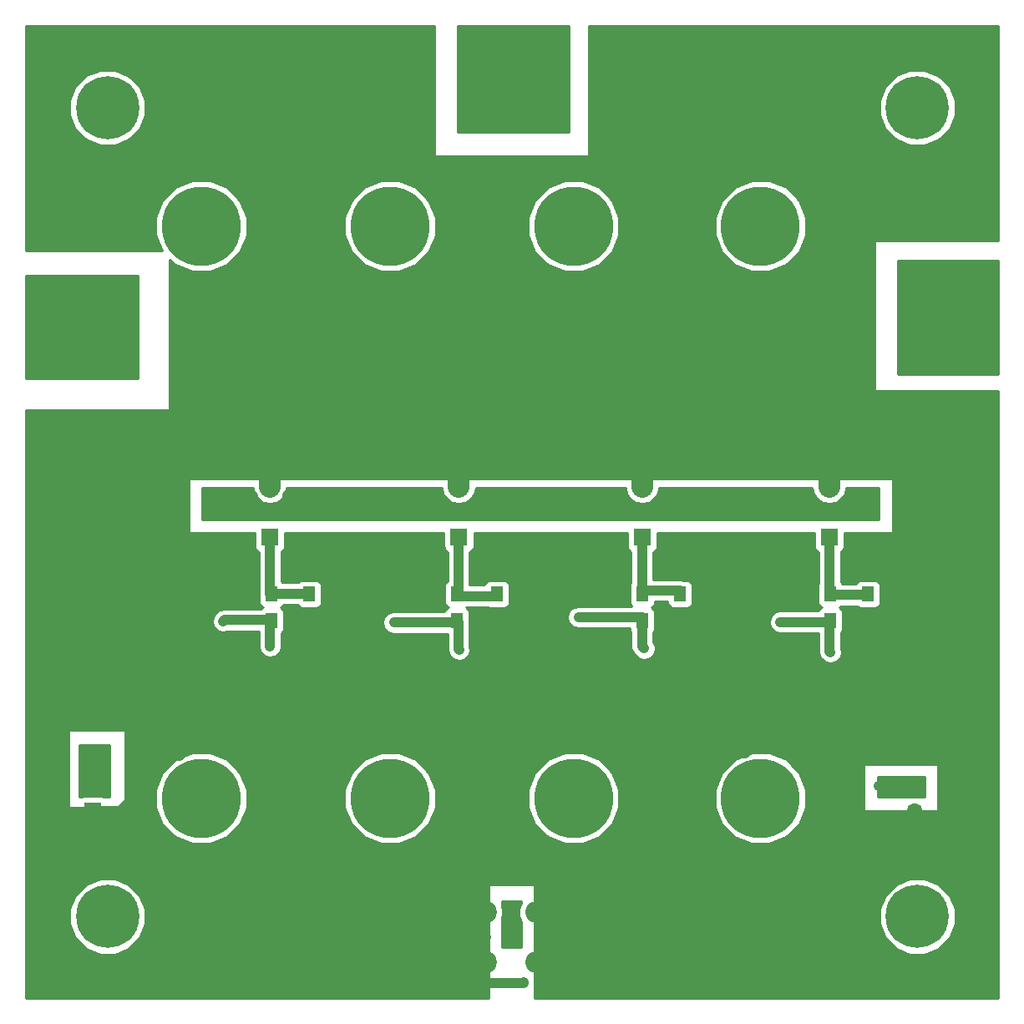
<source format=gbr>
G04 #@! TF.FileFunction,Copper,L2,Bot,Signal*
%FSLAX46Y46*%
G04 Gerber Fmt 4.6, Leading zero omitted, Abs format (unit mm)*
G04 Created by KiCad (PCBNEW 4.0.2-stable) date 10/05/17 15:38:04*
%MOMM*%
G01*
G04 APERTURE LIST*
%ADD10C,0.100000*%
%ADD11C,6.400000*%
%ADD12C,0.800000*%
%ADD13R,1.700000X1.700000*%
%ADD14O,1.700000X1.700000*%
%ADD15O,5.001260X2.500000*%
%ADD16O,2.500000X5.001260*%
%ADD17C,2.200000*%
%ADD18C,2.000000*%
%ADD19R,1.800000X1.800000*%
%ADD20O,1.800000X1.800000*%
%ADD21C,8.000000*%
%ADD22R,1.300000X1.500000*%
%ADD23C,0.600000*%
%ADD24C,2.200000*%
%ADD25C,1.000000*%
%ADD26C,0.500000*%
%ADD27C,0.254000*%
G04 APERTURE END LIST*
D10*
D11*
X87500000Y-136500000D03*
D12*
X89900000Y-136500000D03*
X89197056Y-138197056D03*
X87500000Y-138900000D03*
X85802944Y-138197056D03*
X85100000Y-136500000D03*
X85802944Y-134802944D03*
X87500000Y-134100000D03*
X89197056Y-134802944D03*
D11*
X169600000Y-136500000D03*
D12*
X172000000Y-136500000D03*
X171297056Y-138197056D03*
X169600000Y-138900000D03*
X167902944Y-138197056D03*
X167200000Y-136500000D03*
X167902944Y-134802944D03*
X169600000Y-134100000D03*
X171297056Y-134802944D03*
D11*
X169600000Y-54500000D03*
D12*
X172000000Y-54500000D03*
X171297056Y-56197056D03*
X169600000Y-56900000D03*
X167902944Y-56197056D03*
X167200000Y-54500000D03*
X167902944Y-52802944D03*
X169600000Y-52100000D03*
X171297056Y-52802944D03*
D11*
X87500000Y-54500000D03*
D12*
X89900000Y-54500000D03*
X89197056Y-56197056D03*
X87500000Y-56900000D03*
X85802944Y-56197056D03*
X85100000Y-54500000D03*
X85802944Y-52802944D03*
X87500000Y-52100000D03*
X89197056Y-52802944D03*
D13*
X169350000Y-123350000D03*
D14*
X169350000Y-125890000D03*
D15*
X172300000Y-95068800D03*
X172300000Y-99031200D03*
D13*
X86000000Y-125800000D03*
D14*
X86000000Y-123260000D03*
D16*
X126518800Y-51950000D03*
X130481200Y-51950000D03*
D15*
X172700000Y-74018800D03*
X172700000Y-77981200D03*
X85450000Y-78681200D03*
X85450000Y-74718800D03*
D17*
X125860000Y-136060000D03*
X130940000Y-136060000D03*
X130940000Y-141140000D03*
X125860000Y-141140000D03*
D18*
X128400000Y-138600000D03*
D15*
X84600000Y-104481200D03*
X84600000Y-100518800D03*
D19*
X103966980Y-98024760D03*
D20*
X103966980Y-95484760D03*
X103966980Y-92944760D03*
D21*
X97000000Y-124500000D03*
X97000000Y-66500000D03*
D19*
X123116980Y-98024760D03*
D20*
X123116980Y-95484760D03*
X123116980Y-92944760D03*
D21*
X116150000Y-124500000D03*
X116150000Y-66500000D03*
D19*
X141716980Y-98024760D03*
D20*
X141716980Y-95484760D03*
X141716980Y-92944760D03*
D21*
X134750000Y-124500000D03*
X134750000Y-66500000D03*
D19*
X160666980Y-98024760D03*
D20*
X160666980Y-95484760D03*
X160666980Y-92944760D03*
D21*
X153700000Y-124500000D03*
X153700000Y-66500000D03*
D22*
X104140000Y-103806000D03*
X104140000Y-106506000D03*
X107950000Y-103806000D03*
X107950000Y-106506000D03*
X122936000Y-103806000D03*
X122936000Y-106506000D03*
X127000000Y-103806000D03*
X127000000Y-106506000D03*
X141732000Y-103806000D03*
X141732000Y-106506000D03*
X145542000Y-103806000D03*
X145542000Y-106506000D03*
X160782000Y-103806000D03*
X160782000Y-106506000D03*
X164592000Y-103806000D03*
X164592000Y-106506000D03*
D23*
X82500000Y-106500000D03*
X79800000Y-107200000D03*
X80100000Y-104900000D03*
X80600000Y-102400000D03*
X80100000Y-100600000D03*
X80200000Y-97900000D03*
X82000000Y-97700000D03*
X84800000Y-97700000D03*
X87400000Y-98700000D03*
X90500000Y-99100000D03*
X93100000Y-98800000D03*
X93000000Y-101600000D03*
X91200000Y-101700000D03*
X88600000Y-101700000D03*
X88800000Y-103800000D03*
X90900000Y-104000000D03*
X93100000Y-103600000D03*
X93300000Y-106200000D03*
X91600000Y-106200000D03*
X89100000Y-106300000D03*
X87100000Y-107900000D03*
X84300000Y-108400000D03*
X82100000Y-109000000D03*
X80400000Y-109100000D03*
X81400000Y-112400000D03*
X84700000Y-112400000D03*
X86500000Y-110400000D03*
X89600000Y-108700000D03*
X92400000Y-108700000D03*
X89700000Y-112100000D03*
X87000000Y-114100000D03*
X84900000Y-116100000D03*
X83800000Y-114300000D03*
X80700000Y-114100000D03*
X81100000Y-117000000D03*
X81300000Y-119200000D03*
X81200000Y-121700000D03*
X81100000Y-124500000D03*
X81200000Y-127700000D03*
X87380000Y-142600000D03*
X93470000Y-138180000D03*
X96390000Y-138430000D03*
X99950000Y-133600000D03*
X99570000Y-136020000D03*
X98810000Y-143130000D03*
X105280000Y-143130000D03*
X105160000Y-139950000D03*
X107700000Y-131700000D03*
X110490000Y-124590000D03*
X110360000Y-127890000D03*
X107320000Y-127380000D03*
X108200000Y-122680000D03*
X108330000Y-119760000D03*
X112400000Y-119130000D03*
X117480000Y-118750000D03*
X131480000Y-130060000D03*
X125170000Y-133710000D03*
X124460000Y-131310000D03*
X124460000Y-128100000D03*
X125080000Y-123570000D03*
X125170000Y-120020000D03*
X122860000Y-119210000D03*
X120730000Y-119300000D03*
X121970000Y-123040000D03*
X121440000Y-126860000D03*
X115750000Y-140320000D03*
X113610000Y-142850000D03*
X112360000Y-141310000D03*
X109420000Y-141160000D03*
X109840000Y-137960000D03*
X112930000Y-138760000D03*
X116240000Y-136170000D03*
X114150000Y-133730000D03*
X113610000Y-135900000D03*
X110910000Y-136060000D03*
X110300000Y-132550000D03*
X110720000Y-130190000D03*
X114300000Y-131520000D03*
X118640000Y-131370000D03*
X121730000Y-130530000D03*
X121880000Y-135290000D03*
X118110000Y-134720000D03*
X118220000Y-142950000D03*
X119710000Y-137730000D03*
X124020000Y-140930000D03*
X122420000Y-143520000D03*
X120360000Y-141810000D03*
X123480000Y-138460000D03*
X125390000Y-143220000D03*
X129730000Y-143160000D03*
X132460000Y-142690000D03*
X136250000Y-142650000D03*
X141050000Y-142650000D03*
X145280000Y-142840000D03*
X148440000Y-142840000D03*
X152210000Y-142840000D03*
X154650000Y-142950000D03*
X158700000Y-142890000D03*
X159650000Y-139980000D03*
X159650000Y-136460000D03*
X157020000Y-135790000D03*
X156580000Y-138640000D03*
X156520000Y-140430000D03*
X153670000Y-140260000D03*
X152500000Y-137970000D03*
X153670000Y-135840000D03*
X150480000Y-135620000D03*
X150480000Y-138410000D03*
X149810000Y-140370000D03*
X146740000Y-140480000D03*
X147750000Y-136850000D03*
X144510000Y-137130000D03*
X144230000Y-140200000D03*
X141820000Y-140200000D03*
X141430000Y-137240000D03*
X139480000Y-136070000D03*
X138750000Y-138920000D03*
X136570000Y-141320000D03*
X136400000Y-140200000D03*
X135170000Y-137970000D03*
X136740000Y-137520000D03*
X135840000Y-133830000D03*
X134780000Y-132160000D03*
X131430000Y-131820000D03*
X159260000Y-131650000D03*
X155910000Y-130980000D03*
X151990000Y-131320000D03*
X147470000Y-129920000D03*
X143500000Y-130590000D03*
X140650000Y-130090000D03*
X142160000Y-127570000D03*
X140650000Y-126070000D03*
X170490000Y-112150000D03*
X170150000Y-114830000D03*
X170150000Y-117460000D03*
X173340000Y-117240000D03*
X176080000Y-115950000D03*
X175930000Y-120280000D03*
X167400000Y-119570000D03*
X164640000Y-119300000D03*
X162950000Y-129080000D03*
X166070000Y-127300000D03*
X169890000Y-129880000D03*
X173440000Y-129880000D03*
X176290000Y-132280000D03*
X175500000Y-136550000D03*
X174070000Y-138680000D03*
X172730000Y-143110000D03*
X167250000Y-143720000D03*
X164290000Y-140760000D03*
X164120000Y-132490000D03*
X159980000Y-133660000D03*
X155960000Y-133610000D03*
X152660000Y-133440000D03*
X148190000Y-133050000D03*
X144550000Y-134770000D03*
X138150000Y-133710000D03*
X132730000Y-135840000D03*
X131770000Y-133440000D03*
X169930000Y-107510000D03*
X170380000Y-109970000D03*
X173280000Y-109970000D03*
X176410000Y-109360000D03*
X176440000Y-106000000D03*
X174400000Y-106650000D03*
X172300000Y-105030000D03*
X169930000Y-104410000D03*
X169960000Y-101420000D03*
X172140000Y-101930000D03*
X174260000Y-103660000D03*
X176640000Y-102310000D03*
X175020000Y-100890000D03*
X176540000Y-99140000D03*
X175290000Y-97190000D03*
X176410000Y-94820000D03*
X176300000Y-112600000D03*
X172300000Y-114270000D03*
X116500000Y-137300000D03*
X115750000Y-142600000D03*
X110850000Y-142850000D03*
X107750000Y-139650000D03*
X108800000Y-135200000D03*
X103100000Y-135150000D03*
X102500000Y-138850000D03*
X102850000Y-141950000D03*
X97350000Y-140550000D03*
X97350000Y-134700000D03*
X94400000Y-133100000D03*
X94050000Y-142250000D03*
X91400000Y-142400000D03*
X83750000Y-142600000D03*
X81450000Y-139850000D03*
X81150000Y-135150000D03*
X81600000Y-130750000D03*
X84300000Y-130600000D03*
X87750000Y-129950000D03*
X90600000Y-130750000D03*
X98300000Y-131150000D03*
X102050000Y-131150000D03*
X105800000Y-131150000D03*
X105450000Y-126700000D03*
X102600000Y-124550000D03*
X105150000Y-122700000D03*
X105500000Y-119150000D03*
X101100000Y-119850000D03*
X95850000Y-119150000D03*
X91500000Y-120200000D03*
X89950000Y-124650000D03*
X166350000Y-129800000D03*
X162050000Y-131700000D03*
X161650000Y-135900000D03*
X163600000Y-142100000D03*
X169650000Y-142500000D03*
X175500000Y-139700000D03*
X175500000Y-133500000D03*
X174000000Y-126600000D03*
X172550000Y-119550000D03*
X172300000Y-116100000D03*
X172300000Y-112100000D03*
X172350000Y-107900000D03*
X139420000Y-122210000D03*
X138300000Y-119470000D03*
X141150000Y-118630000D03*
X142490000Y-123160000D03*
X145060000Y-127020000D03*
X147300000Y-125230000D03*
X144670000Y-122320000D03*
X145790000Y-119920000D03*
X152780000Y-119300000D03*
X158140000Y-119080000D03*
X161600000Y-121820000D03*
X160910000Y-124820000D03*
D12*
X85900000Y-120500000D03*
X128400000Y-136400000D03*
X165700000Y-123300000D03*
X167400000Y-123300000D03*
X104000000Y-109100000D03*
X141900000Y-109300000D03*
X123150000Y-109450000D03*
X160800000Y-109700000D03*
X116550000Y-106700000D03*
X99250000Y-106550000D03*
X155700000Y-106650000D03*
X135250000Y-106150000D03*
D23*
X139900000Y-95600000D03*
X138500000Y-95600000D03*
X138600000Y-93600000D03*
X137100000Y-93800000D03*
X137200000Y-95600000D03*
X135400000Y-95600000D03*
X135700000Y-93800000D03*
X133900000Y-93600000D03*
X133900000Y-95600000D03*
X132500000Y-95600000D03*
X132700000Y-93800000D03*
X131100000Y-93700000D03*
X130800000Y-95500000D03*
X129500000Y-95500000D03*
X129800000Y-93700000D03*
X128200000Y-93900000D03*
X128100000Y-95600000D03*
X126700000Y-95600000D03*
X126800000Y-93500000D03*
X125300000Y-93800000D03*
X143500000Y-95500000D03*
X132850000Y-46790000D03*
X132930000Y-48620000D03*
X132930000Y-50860000D03*
X133010000Y-53000000D03*
X132850000Y-55780000D03*
X164700000Y-95500000D03*
X164600000Y-93600000D03*
X162700000Y-93500000D03*
X162800000Y-95400000D03*
X159200000Y-94400000D03*
X157700000Y-95500000D03*
X157700000Y-93900000D03*
X156000000Y-93800000D03*
X156200000Y-95400000D03*
X154500000Y-95700000D03*
X154300000Y-93700000D03*
X153100000Y-93700000D03*
X153000000Y-95600000D03*
X151400000Y-95700000D03*
X151600000Y-93700000D03*
X149900000Y-94000000D03*
X149900000Y-95400000D03*
X148100000Y-95600000D03*
X148200000Y-93800000D03*
X146600000Y-93900000D03*
X146500000Y-95500000D03*
X145200000Y-95400000D03*
X145200000Y-93800000D03*
X143700000Y-93800000D03*
X139900000Y-94300000D03*
X125300000Y-95400000D03*
X121400000Y-94500000D03*
X120400000Y-95600000D03*
X120400000Y-93600000D03*
X118900000Y-93800000D03*
X119000000Y-95400000D03*
X117200000Y-95400000D03*
X117200000Y-93800000D03*
X115300000Y-93900000D03*
X115300000Y-95500000D03*
X113500000Y-95500000D03*
X113400000Y-93700000D03*
X111700000Y-93900000D03*
X111700000Y-95700000D03*
X110100000Y-95600000D03*
X110300000Y-93700000D03*
X108600000Y-93600000D03*
X108600000Y-95500000D03*
X107200000Y-95500000D03*
X107300000Y-93700000D03*
X105700000Y-93800000D03*
X105800000Y-95500000D03*
X102300000Y-93900000D03*
X101000000Y-93800000D03*
X99900000Y-93700000D03*
X98500000Y-93500000D03*
X97600000Y-94500000D03*
X98500000Y-95400000D03*
X99900000Y-95400000D03*
X101900000Y-95400000D03*
X83040000Y-76900000D03*
X80230000Y-77160000D03*
X79790000Y-75680000D03*
X81700000Y-74840000D03*
X79810000Y-73140000D03*
X81440000Y-72540000D03*
X82940000Y-72600000D03*
X84460000Y-72600000D03*
X86590000Y-72410000D03*
X88110000Y-72620000D03*
X89100000Y-72180000D03*
X89790000Y-73130000D03*
X88860000Y-74430000D03*
X89830000Y-75730000D03*
X88070000Y-77070000D03*
X89670000Y-77910000D03*
X88800000Y-78900000D03*
X89940000Y-80040000D03*
X88510000Y-80950000D03*
X86200000Y-81120000D03*
X84530000Y-81120000D03*
X82910000Y-80470000D03*
X81420000Y-80020000D03*
X80910000Y-81340000D03*
X79840000Y-80470000D03*
X79920000Y-78760000D03*
X81750000Y-78570000D03*
X170750000Y-75900000D03*
X169220000Y-76280000D03*
X168290000Y-75240000D03*
X168190000Y-73620000D03*
X169550000Y-72320000D03*
X169630000Y-70730000D03*
X171720000Y-71710000D03*
X172960000Y-70770000D03*
X174550000Y-71830000D03*
X175790000Y-70630000D03*
X177210000Y-70820000D03*
X177410000Y-72340000D03*
X175830000Y-73090000D03*
X176830000Y-74800000D03*
X175570000Y-76020000D03*
X177030000Y-76610000D03*
X176190000Y-77920000D03*
X176800000Y-78790000D03*
X176580000Y-80520000D03*
X174900000Y-80410000D03*
X173090000Y-80220000D03*
X171240000Y-80270000D03*
X169040000Y-79910000D03*
X169060000Y-78000000D03*
X126380000Y-55120000D03*
X128780000Y-54460000D03*
X129120000Y-56160000D03*
X127620000Y-56290000D03*
X125390000Y-56390000D03*
X123860000Y-56430000D03*
X123830000Y-54900000D03*
X123830000Y-52650000D03*
X123790000Y-50670000D03*
X123690000Y-48590000D03*
X123810000Y-46760000D03*
X125270000Y-46800000D03*
X125130000Y-48540000D03*
X126840000Y-48500000D03*
X126920000Y-46700000D03*
X128540000Y-46880000D03*
X128540000Y-48540000D03*
X130430000Y-48500000D03*
X130370000Y-46800000D03*
X130680000Y-55850000D03*
D24*
X160666980Y-92944760D02*
X160666980Y-91333020D01*
X160666980Y-91333020D02*
X160700000Y-91300000D01*
D25*
X82500000Y-106500000D02*
X84518800Y-104481200D01*
X79800000Y-105200000D02*
X79800000Y-107200000D01*
X80100000Y-104900000D02*
X79800000Y-105200000D01*
X80600000Y-101100000D02*
X80600000Y-102400000D01*
X80100000Y-100600000D02*
X80600000Y-101100000D01*
X81800000Y-97900000D02*
X80200000Y-97900000D01*
X82000000Y-97700000D02*
X81800000Y-97900000D01*
X86400000Y-97700000D02*
X84800000Y-97700000D01*
X87400000Y-98700000D02*
X86400000Y-97700000D01*
X92800000Y-99100000D02*
X90500000Y-99100000D01*
X93100000Y-98800000D02*
X92800000Y-99100000D01*
X91300000Y-101600000D02*
X93000000Y-101600000D01*
X91200000Y-101700000D02*
X91300000Y-101600000D01*
X88600000Y-103600000D02*
X88600000Y-101700000D01*
X88800000Y-103800000D02*
X88600000Y-103600000D01*
X92700000Y-104000000D02*
X90900000Y-104000000D01*
X93100000Y-103600000D02*
X92700000Y-104000000D01*
X91600000Y-106200000D02*
X93300000Y-106200000D01*
X88700000Y-106300000D02*
X89100000Y-106300000D01*
X87100000Y-107900000D02*
X88700000Y-106300000D01*
X82700000Y-108400000D02*
X84300000Y-108400000D01*
X82100000Y-109000000D02*
X82700000Y-108400000D01*
X80400000Y-111400000D02*
X80400000Y-109100000D01*
X81400000Y-112400000D02*
X80400000Y-111400000D01*
X84700000Y-112200000D02*
X84700000Y-112400000D01*
X86500000Y-110400000D02*
X84700000Y-112200000D01*
X92400000Y-108700000D02*
X89600000Y-108700000D01*
X89000000Y-112100000D02*
X89700000Y-112100000D01*
X87000000Y-114100000D02*
X89000000Y-112100000D01*
X84900000Y-115400000D02*
X84900000Y-116100000D01*
X83800000Y-114300000D02*
X84900000Y-115400000D01*
X80700000Y-116600000D02*
X80700000Y-114100000D01*
X81100000Y-117000000D02*
X80700000Y-116600000D01*
X81300000Y-121600000D02*
X81300000Y-119200000D01*
X81200000Y-121700000D02*
X81300000Y-121600000D01*
X81100000Y-127600000D02*
X81100000Y-124500000D01*
X81200000Y-127700000D02*
X81100000Y-127600000D01*
X84518800Y-104481200D02*
X84600000Y-104481200D01*
D24*
X103966980Y-92944760D02*
X103966980Y-88633020D01*
X103966980Y-88633020D02*
X104100000Y-88500000D01*
X123116980Y-92944760D02*
X123116980Y-89283020D01*
X123116980Y-89283020D02*
X123400000Y-89000000D01*
D25*
X89050000Y-142600000D02*
X87380000Y-142600000D01*
X93470000Y-138180000D02*
X89050000Y-142600000D01*
X96390000Y-137160000D02*
X96390000Y-138430000D01*
X99950000Y-133600000D02*
X96390000Y-137160000D01*
X99570000Y-142370000D02*
X99570000Y-136020000D01*
X98810000Y-143130000D02*
X99570000Y-142370000D01*
X105280000Y-140070000D02*
X105280000Y-143130000D01*
X105160000Y-139950000D02*
X105280000Y-140070000D01*
X107700000Y-127380000D02*
X107700000Y-131700000D01*
X110490000Y-124590000D02*
X107700000Y-127380000D01*
X107830000Y-127890000D02*
X110360000Y-127890000D01*
X107320000Y-127380000D02*
X107830000Y-127890000D01*
X108200000Y-119890000D02*
X108200000Y-122680000D01*
X108330000Y-119760000D02*
X108200000Y-119890000D01*
X117100000Y-119130000D02*
X112400000Y-119130000D01*
X117480000Y-118750000D02*
X117100000Y-119130000D01*
X128820000Y-130060000D02*
X131480000Y-130060000D01*
X125170000Y-133710000D02*
X128820000Y-130060000D01*
X124460000Y-128100000D02*
X124460000Y-131310000D01*
X125080000Y-120110000D02*
X125080000Y-123570000D01*
X125170000Y-120020000D02*
X125080000Y-120110000D01*
X120820000Y-119210000D02*
X122860000Y-119210000D01*
X120730000Y-119300000D02*
X120820000Y-119210000D01*
X121970000Y-126330000D02*
X121970000Y-123040000D01*
X121440000Y-126860000D02*
X121970000Y-126330000D01*
X125860000Y-138600000D02*
X123620000Y-138600000D01*
X115750000Y-140710000D02*
X115750000Y-140320000D01*
X113610000Y-142850000D02*
X115750000Y-140710000D01*
X109570000Y-141310000D02*
X112360000Y-141310000D01*
X109420000Y-141160000D02*
X109570000Y-141310000D01*
X112130000Y-137960000D02*
X109840000Y-137960000D01*
X112930000Y-138760000D02*
X112130000Y-137960000D01*
X116240000Y-135820000D02*
X116240000Y-136170000D01*
X114150000Y-133730000D02*
X116240000Y-135820000D01*
X111070000Y-135900000D02*
X113610000Y-135900000D01*
X110910000Y-136060000D02*
X111070000Y-135900000D01*
X110300000Y-130610000D02*
X110300000Y-132550000D01*
X110720000Y-130190000D02*
X110300000Y-130610000D01*
X118490000Y-131520000D02*
X114300000Y-131520000D01*
X118640000Y-131370000D02*
X118490000Y-131520000D01*
X121730000Y-135140000D02*
X121730000Y-130530000D01*
X121880000Y-135290000D02*
X121730000Y-135140000D01*
X118110000Y-142840000D02*
X118110000Y-134720000D01*
X118220000Y-142950000D02*
X118110000Y-142840000D01*
X120820000Y-137730000D02*
X119710000Y-137730000D01*
X124020000Y-140930000D02*
X120820000Y-137730000D01*
X122070000Y-143520000D02*
X122420000Y-143520000D01*
X120360000Y-141810000D02*
X122070000Y-143520000D01*
X123620000Y-138600000D02*
X123480000Y-138460000D01*
X132460000Y-142690000D02*
X136210000Y-142690000D01*
X129670000Y-143220000D02*
X125390000Y-143220000D01*
X129730000Y-143160000D02*
X129670000Y-143220000D01*
X136210000Y-142690000D02*
X136250000Y-142650000D01*
X141050000Y-142650000D02*
X141240000Y-142840000D01*
X141240000Y-142840000D02*
X145280000Y-142840000D01*
X148440000Y-142840000D02*
X152210000Y-142840000D01*
X154650000Y-142950000D02*
X154710000Y-142890000D01*
X154710000Y-142890000D02*
X158700000Y-142890000D01*
X159650000Y-139980000D02*
X159650000Y-136460000D01*
X157020000Y-135790000D02*
X156580000Y-136230000D01*
X156580000Y-136230000D02*
X156580000Y-138640000D01*
X156520000Y-140430000D02*
X156350000Y-140260000D01*
X156350000Y-140260000D02*
X153670000Y-140260000D01*
X152500000Y-137970000D02*
X153670000Y-136800000D01*
X153670000Y-136800000D02*
X153670000Y-135840000D01*
X150480000Y-135620000D02*
X150480000Y-138410000D01*
X149810000Y-140370000D02*
X149700000Y-140480000D01*
X149700000Y-140480000D02*
X146740000Y-140480000D01*
X147750000Y-136850000D02*
X147470000Y-137130000D01*
X147470000Y-137130000D02*
X144510000Y-137130000D01*
X144230000Y-140200000D02*
X141820000Y-140200000D01*
X141430000Y-137240000D02*
X140260000Y-136070000D01*
X140260000Y-136070000D02*
X139480000Y-136070000D01*
X138750000Y-138920000D02*
X136570000Y-141100000D01*
X136570000Y-141100000D02*
X136570000Y-141320000D01*
X136400000Y-140200000D02*
X135170000Y-138970000D01*
X135170000Y-138970000D02*
X135170000Y-137970000D01*
X136740000Y-137520000D02*
X135840000Y-136620000D01*
X135840000Y-136620000D02*
X135840000Y-133830000D01*
X134780000Y-132160000D02*
X134440000Y-131820000D01*
X134440000Y-131820000D02*
X131430000Y-131820000D01*
X132730000Y-134400000D02*
X132730000Y-135840000D01*
X160640000Y-130270000D02*
X160640000Y-128020000D01*
X159260000Y-131650000D02*
X160640000Y-130270000D01*
X152330000Y-130980000D02*
X155910000Y-130980000D01*
X151990000Y-131320000D02*
X152330000Y-130980000D01*
X144170000Y-129920000D02*
X147470000Y-129920000D01*
X143500000Y-130590000D02*
X144170000Y-129920000D01*
X140650000Y-129080000D02*
X140650000Y-130090000D01*
X142160000Y-127570000D02*
X140650000Y-129080000D01*
X172300000Y-112100000D02*
X172250000Y-112150000D01*
X172250000Y-112150000D02*
X170490000Y-112150000D01*
X170150000Y-114830000D02*
X170150000Y-117460000D01*
X173340000Y-117240000D02*
X174630000Y-115950000D01*
X174630000Y-115950000D02*
X176080000Y-115950000D01*
X175930000Y-120280000D02*
X175220000Y-119570000D01*
X175220000Y-119570000D02*
X167400000Y-119570000D01*
X164640000Y-119300000D02*
X160910000Y-123030000D01*
X160640000Y-128020000D02*
X161700000Y-129080000D01*
X161700000Y-129080000D02*
X162950000Y-129080000D01*
X166070000Y-127300000D02*
X168650000Y-129880000D01*
X168650000Y-129880000D02*
X169890000Y-129880000D01*
X173440000Y-129880000D02*
X175840000Y-132280000D01*
X175840000Y-132280000D02*
X176290000Y-132280000D01*
X175500000Y-136550000D02*
X174070000Y-137980000D01*
X174070000Y-137980000D02*
X174070000Y-138680000D01*
X172730000Y-143110000D02*
X172120000Y-143720000D01*
X172120000Y-143720000D02*
X167250000Y-143720000D01*
X164290000Y-140760000D02*
X164120000Y-140590000D01*
X164120000Y-140590000D02*
X164120000Y-132490000D01*
X159980000Y-133660000D02*
X159930000Y-133610000D01*
X159930000Y-133610000D02*
X155960000Y-133610000D01*
X152660000Y-133440000D02*
X152270000Y-133050000D01*
X152270000Y-133050000D02*
X148190000Y-133050000D01*
X144550000Y-134770000D02*
X143490000Y-133710000D01*
X143490000Y-133710000D02*
X138150000Y-133710000D01*
X131770000Y-133440000D02*
X132730000Y-134400000D01*
X172300000Y-95068800D02*
X176161200Y-95068800D01*
X170320000Y-107900000D02*
X172350000Y-107900000D01*
X169930000Y-107510000D02*
X170320000Y-107900000D01*
X173280000Y-109970000D02*
X170380000Y-109970000D01*
X176410000Y-106030000D02*
X176410000Y-109360000D01*
X176440000Y-106000000D02*
X176410000Y-106030000D01*
X173920000Y-106650000D02*
X174400000Y-106650000D01*
X172300000Y-105030000D02*
X173920000Y-106650000D01*
X169930000Y-101450000D02*
X169930000Y-104410000D01*
X169960000Y-101420000D02*
X169930000Y-101450000D01*
X172530000Y-101930000D02*
X172140000Y-101930000D01*
X174260000Y-103660000D02*
X172530000Y-101930000D01*
X176440000Y-102310000D02*
X176640000Y-102310000D01*
X175020000Y-100890000D02*
X176440000Y-102310000D01*
X176540000Y-98440000D02*
X176540000Y-99140000D01*
X175290000Y-97190000D02*
X176540000Y-98440000D01*
X176161200Y-95068800D02*
X176410000Y-94820000D01*
X172350000Y-107900000D02*
X176300000Y-111850000D01*
X176300000Y-111850000D02*
X176300000Y-112600000D01*
X172300000Y-114270000D02*
X172300000Y-112100000D01*
X88800000Y-125800000D02*
X86000000Y-125800000D01*
X116500000Y-137300000D02*
X115750000Y-138050000D01*
X115750000Y-138050000D02*
X115750000Y-142600000D01*
X110850000Y-142850000D02*
X107750000Y-139750000D01*
X107750000Y-139750000D02*
X107750000Y-139650000D01*
X108800000Y-135200000D02*
X108750000Y-135150000D01*
X108750000Y-135150000D02*
X103100000Y-135150000D01*
X102500000Y-138850000D02*
X102850000Y-139200000D01*
X102850000Y-139200000D02*
X102850000Y-141950000D01*
X97350000Y-140550000D02*
X97350000Y-134700000D01*
X94400000Y-133100000D02*
X94050000Y-133450000D01*
X94050000Y-133450000D02*
X94050000Y-142250000D01*
X91400000Y-142400000D02*
X91200000Y-142600000D01*
X91200000Y-142600000D02*
X83750000Y-142600000D01*
X81450000Y-139850000D02*
X81150000Y-139550000D01*
X81150000Y-139550000D02*
X81150000Y-135150000D01*
X81600000Y-130750000D02*
X81750000Y-130600000D01*
X81750000Y-130600000D02*
X84300000Y-130600000D01*
X87750000Y-129950000D02*
X88550000Y-130750000D01*
X88550000Y-130750000D02*
X90600000Y-130750000D01*
X98300000Y-131150000D02*
X102050000Y-131150000D01*
X105800000Y-131150000D02*
X105450000Y-130800000D01*
X105450000Y-130800000D02*
X105450000Y-126700000D01*
X102600000Y-124550000D02*
X104450000Y-122700000D01*
X104450000Y-122700000D02*
X105150000Y-122700000D01*
X105500000Y-119150000D02*
X104800000Y-119850000D01*
X104800000Y-119850000D02*
X101100000Y-119850000D01*
X95850000Y-119150000D02*
X94800000Y-120200000D01*
X94800000Y-120200000D02*
X91500000Y-120200000D01*
X89950000Y-124650000D02*
X88800000Y-125800000D01*
X163950000Y-129800000D02*
X166350000Y-129800000D01*
X162050000Y-131700000D02*
X163950000Y-129800000D01*
X161650000Y-140150000D02*
X161650000Y-135900000D01*
X163600000Y-142100000D02*
X161650000Y-140150000D01*
X171200000Y-140950000D02*
X169650000Y-142500000D01*
X174250000Y-140950000D02*
X171200000Y-140950000D01*
X175500000Y-139700000D02*
X174250000Y-140950000D01*
X175500000Y-128100000D02*
X175500000Y-133500000D01*
X174000000Y-126600000D02*
X175500000Y-128100000D01*
X172550000Y-116350000D02*
X172550000Y-119550000D01*
X172300000Y-116100000D02*
X172550000Y-116350000D01*
X172300000Y-107950000D02*
X172300000Y-112100000D01*
X172350000Y-107900000D02*
X172300000Y-107950000D01*
D26*
X83000000Y-103540000D02*
X83290000Y-103540000D01*
X85250000Y-100750000D02*
X85000000Y-101000000D01*
X85000000Y-101000000D02*
X83000000Y-101000000D01*
D25*
X140650000Y-123440000D02*
X140650000Y-126070000D01*
X139420000Y-122210000D02*
X140650000Y-123440000D01*
X140310000Y-119470000D02*
X138300000Y-119470000D01*
X141150000Y-118630000D02*
X140310000Y-119470000D01*
X142490000Y-124450000D02*
X142490000Y-123160000D01*
X145060000Y-127020000D02*
X142490000Y-124450000D01*
X147300000Y-124950000D02*
X147300000Y-125230000D01*
X144670000Y-122320000D02*
X147300000Y-124950000D01*
X152160000Y-119920000D02*
X145790000Y-119920000D01*
X152780000Y-119300000D02*
X152160000Y-119920000D01*
X158860000Y-119080000D02*
X158140000Y-119080000D01*
X161600000Y-121820000D02*
X158860000Y-119080000D01*
X160910000Y-123030000D02*
X160910000Y-124820000D01*
D24*
X141716980Y-92944760D02*
X141716980Y-90683020D01*
X141716980Y-90683020D02*
X142000000Y-90400000D01*
D25*
X85800000Y-120400000D02*
X85900000Y-120500000D01*
X128400000Y-136400000D02*
X128400000Y-136700000D01*
X128400000Y-136700000D02*
X128400000Y-135500000D01*
X167400000Y-123300000D02*
X165700000Y-123300000D01*
X123150000Y-109450000D02*
X123100000Y-109400000D01*
X141900000Y-109300000D02*
X141700000Y-109100000D01*
X160800000Y-109700000D02*
X160700000Y-109600000D01*
X141700000Y-109100000D02*
X141700000Y-106150000D01*
X123100000Y-109400000D02*
X123100000Y-106700000D01*
X123100000Y-106700000D02*
X116550000Y-106700000D01*
X104000000Y-109100000D02*
X104000000Y-106450000D01*
X104000000Y-106450000D02*
X99350000Y-106450000D01*
X99350000Y-106450000D02*
X99250000Y-106550000D01*
X160700000Y-109600000D02*
X160700000Y-106650000D01*
X160700000Y-106650000D02*
X155700000Y-106650000D01*
X141700000Y-106150000D02*
X135250000Y-106150000D01*
X104000000Y-103750000D02*
X107800000Y-103750000D01*
X107800000Y-103750000D02*
X107850000Y-103800000D01*
X104000000Y-103750000D02*
X104000000Y-98057780D01*
X104000000Y-98057780D02*
X103966980Y-98024760D01*
X123100000Y-104000000D02*
X126900000Y-104000000D01*
X123100000Y-104000000D02*
X123100000Y-98041740D01*
X126900000Y-104000000D02*
X127000000Y-103900000D01*
X123100000Y-98041740D02*
X123116980Y-98024760D01*
X141700000Y-103450000D02*
X141700000Y-98041740D01*
X141700000Y-98041740D02*
X141716980Y-98024760D01*
X141700000Y-103450000D02*
X145550000Y-103450000D01*
X145550000Y-103450000D02*
X145600000Y-103500000D01*
X164650000Y-103900000D02*
X160750000Y-103900000D01*
X160750000Y-103900000D02*
X160700000Y-103950000D01*
X160700000Y-103950000D02*
X160700000Y-98057780D01*
X160700000Y-98057780D02*
X160666980Y-98024760D01*
X139900000Y-95600000D02*
X139900000Y-94300000D01*
X138500000Y-93700000D02*
X138500000Y-95600000D01*
X138600000Y-93600000D02*
X138500000Y-93700000D01*
X137100000Y-95500000D02*
X137100000Y-93800000D01*
X137200000Y-95600000D02*
X137100000Y-95500000D01*
X135400000Y-94100000D02*
X135400000Y-95600000D01*
X135700000Y-93800000D02*
X135400000Y-94100000D01*
X133900000Y-95600000D02*
X133900000Y-93600000D01*
X132500000Y-94000000D02*
X132500000Y-95600000D01*
X132700000Y-93800000D02*
X132500000Y-94000000D01*
X131100000Y-95200000D02*
X131100000Y-93700000D01*
X130800000Y-95500000D02*
X131100000Y-95200000D01*
X129500000Y-94000000D02*
X129500000Y-95500000D01*
X129800000Y-93700000D02*
X129500000Y-94000000D01*
X128200000Y-95500000D02*
X128200000Y-93900000D01*
X128100000Y-95600000D02*
X128200000Y-95500000D01*
X126700000Y-93600000D02*
X126700000Y-95600000D01*
X126800000Y-93500000D02*
X126700000Y-93600000D01*
X125300000Y-95400000D02*
X125300000Y-93800000D01*
X143700000Y-95300000D02*
X143700000Y-93800000D01*
X143500000Y-95500000D02*
X143700000Y-95300000D01*
X132840000Y-46800000D02*
X130370000Y-46800000D01*
X132850000Y-46790000D02*
X132840000Y-46800000D01*
X132930000Y-50860000D02*
X132930000Y-48620000D01*
X133010000Y-55620000D02*
X133010000Y-53000000D01*
X132850000Y-55780000D02*
X133010000Y-55620000D01*
X160666980Y-95484760D02*
X162715240Y-95484760D01*
X164700000Y-95500000D02*
X162800000Y-95500000D01*
X162800000Y-93600000D02*
X164600000Y-93600000D01*
X162700000Y-93500000D02*
X162800000Y-93600000D01*
X162715240Y-95484760D02*
X162800000Y-95400000D01*
X159200000Y-94400000D02*
X160284760Y-95484760D01*
X157700000Y-93900000D02*
X157700000Y-95500000D01*
X156000000Y-95200000D02*
X156000000Y-93800000D01*
X156200000Y-95400000D02*
X156000000Y-95200000D01*
X154500000Y-93900000D02*
X154500000Y-95700000D01*
X154300000Y-93700000D02*
X154500000Y-93900000D01*
X153100000Y-95500000D02*
X153100000Y-93700000D01*
X153000000Y-95600000D02*
X153100000Y-95500000D01*
X151400000Y-93900000D02*
X151400000Y-95700000D01*
X151600000Y-93700000D02*
X151400000Y-93900000D01*
X149900000Y-95400000D02*
X149900000Y-94000000D01*
X148100000Y-93900000D02*
X148100000Y-95600000D01*
X148200000Y-93800000D02*
X148100000Y-93900000D01*
X146600000Y-95400000D02*
X146600000Y-93900000D01*
X146500000Y-95500000D02*
X146600000Y-95400000D01*
X145200000Y-93800000D02*
X145200000Y-95400000D01*
X160284760Y-95484760D02*
X160666980Y-95484760D01*
X103966980Y-95484760D02*
X105784760Y-95484760D01*
X121400000Y-94600000D02*
X121400000Y-94500000D01*
X120400000Y-95600000D02*
X121400000Y-94600000D01*
X119100000Y-93600000D02*
X120400000Y-93600000D01*
X118900000Y-93800000D02*
X119100000Y-93600000D01*
X117200000Y-95400000D02*
X119000000Y-95400000D01*
X115400000Y-93800000D02*
X117200000Y-93800000D01*
X115300000Y-93900000D02*
X115400000Y-93800000D01*
X113500000Y-95500000D02*
X115300000Y-95500000D01*
X111900000Y-93700000D02*
X113400000Y-93700000D01*
X111700000Y-93900000D02*
X111900000Y-93700000D01*
X110200000Y-95700000D02*
X111700000Y-95700000D01*
X110100000Y-95600000D02*
X110200000Y-95700000D01*
X108700000Y-93700000D02*
X110300000Y-93700000D01*
X108600000Y-93600000D02*
X108700000Y-93700000D01*
X107200000Y-95500000D02*
X108600000Y-95500000D01*
X105800000Y-93700000D02*
X107300000Y-93700000D01*
X105700000Y-93800000D02*
X105800000Y-93700000D01*
X105784760Y-95484760D02*
X105800000Y-95500000D01*
X101900000Y-95400000D02*
X103882220Y-95400000D01*
X103882220Y-95400000D02*
X103966980Y-95484760D01*
X103966980Y-95484760D02*
X101984760Y-95484760D01*
X102000000Y-94200000D02*
X102000000Y-95200000D01*
X102300000Y-93900000D02*
X102000000Y-94200000D01*
X100000000Y-93800000D02*
X101000000Y-93800000D01*
X99900000Y-93700000D02*
X100000000Y-93800000D01*
X98500000Y-93600000D02*
X98500000Y-93500000D01*
X97600000Y-94500000D02*
X98500000Y-93600000D01*
X99900000Y-95400000D02*
X98500000Y-95400000D01*
X101984760Y-95484760D02*
X101900000Y-95400000D01*
X85450000Y-78681200D02*
X81861200Y-78681200D01*
X80490000Y-76900000D02*
X83040000Y-76900000D01*
X80230000Y-77160000D02*
X80490000Y-76900000D01*
X80860000Y-75680000D02*
X79790000Y-75680000D01*
X81700000Y-74840000D02*
X80860000Y-75680000D01*
X80840000Y-73140000D02*
X79810000Y-73140000D01*
X81440000Y-72540000D02*
X80840000Y-73140000D01*
X84460000Y-72600000D02*
X82940000Y-72600000D01*
X87900000Y-72410000D02*
X86590000Y-72410000D01*
X88110000Y-72620000D02*
X87900000Y-72410000D01*
X89100000Y-72440000D02*
X89100000Y-72180000D01*
X89790000Y-73130000D02*
X89100000Y-72440000D01*
X88860000Y-74760000D02*
X88860000Y-74430000D01*
X89830000Y-75730000D02*
X88860000Y-74760000D01*
X88830000Y-77070000D02*
X88070000Y-77070000D01*
X89670000Y-77910000D02*
X88830000Y-77070000D01*
X89940000Y-80040000D02*
X88800000Y-78900000D01*
X86370000Y-80950000D02*
X88510000Y-80950000D01*
X86200000Y-81120000D02*
X86370000Y-80950000D01*
X83560000Y-81120000D02*
X84530000Y-81120000D01*
X82910000Y-80470000D02*
X83560000Y-81120000D01*
X81420000Y-80830000D02*
X81420000Y-80020000D01*
X80910000Y-81340000D02*
X81420000Y-80830000D01*
X79840000Y-78840000D02*
X79840000Y-80470000D01*
X79920000Y-78760000D02*
X79840000Y-78840000D01*
X81861200Y-78681200D02*
X81750000Y-78570000D01*
X172700000Y-77981200D02*
X169078800Y-77981200D01*
X170750000Y-75900000D02*
X172631200Y-74018800D01*
X169220000Y-76170000D02*
X169220000Y-76280000D01*
X168290000Y-75240000D02*
X169220000Y-76170000D01*
X168250000Y-73620000D02*
X168190000Y-73620000D01*
X169550000Y-72320000D02*
X168250000Y-73620000D01*
X170740000Y-70730000D02*
X169630000Y-70730000D01*
X171720000Y-71710000D02*
X170740000Y-70730000D01*
X173490000Y-70770000D02*
X172960000Y-70770000D01*
X174550000Y-71830000D02*
X173490000Y-70770000D01*
X177020000Y-70630000D02*
X175790000Y-70630000D01*
X177210000Y-70820000D02*
X177020000Y-70630000D01*
X176580000Y-72340000D02*
X177410000Y-72340000D01*
X175830000Y-73090000D02*
X176580000Y-72340000D01*
X176790000Y-74800000D02*
X176830000Y-74800000D01*
X175570000Y-76020000D02*
X176790000Y-74800000D01*
X177030000Y-77080000D02*
X177030000Y-76610000D01*
X176190000Y-77920000D02*
X177030000Y-77080000D01*
X176800000Y-80300000D02*
X176800000Y-78790000D01*
X176580000Y-80520000D02*
X176800000Y-80300000D01*
X173280000Y-80410000D02*
X174900000Y-80410000D01*
X173090000Y-80220000D02*
X173280000Y-80410000D01*
X169400000Y-80270000D02*
X171240000Y-80270000D01*
X169040000Y-79910000D02*
X169400000Y-80270000D01*
X169078800Y-77981200D02*
X169060000Y-78000000D01*
X172631200Y-74018800D02*
X172700000Y-74018800D01*
X130481200Y-51950000D02*
X130481200Y-55651200D01*
X128120000Y-55120000D02*
X126380000Y-55120000D01*
X128780000Y-54460000D02*
X128120000Y-55120000D01*
X127750000Y-56160000D02*
X129120000Y-56160000D01*
X127620000Y-56290000D02*
X127750000Y-56160000D01*
X123900000Y-56390000D02*
X125390000Y-56390000D01*
X123860000Y-56430000D02*
X123900000Y-56390000D01*
X123830000Y-52650000D02*
X123830000Y-54900000D01*
X123790000Y-48690000D02*
X123790000Y-50670000D01*
X123690000Y-48590000D02*
X123790000Y-48690000D01*
X125230000Y-46760000D02*
X123810000Y-46760000D01*
X125270000Y-46800000D02*
X125230000Y-46760000D01*
X126800000Y-48540000D02*
X125130000Y-48540000D01*
X126840000Y-48500000D02*
X126800000Y-48540000D01*
X128360000Y-46700000D02*
X126920000Y-46700000D01*
X128540000Y-46880000D02*
X128360000Y-46700000D01*
X130390000Y-48540000D02*
X128540000Y-48540000D01*
X130430000Y-48500000D02*
X130390000Y-48540000D01*
X130481200Y-55651200D02*
X130680000Y-55850000D01*
D27*
G36*
X129473000Y-135072919D02*
X129469996Y-135075918D01*
X129205301Y-135713373D01*
X129204699Y-136403599D01*
X129468281Y-137041515D01*
X129473000Y-137046242D01*
X129473000Y-139623000D01*
X127527000Y-139623000D01*
X127527000Y-136569664D01*
X127594699Y-136406627D01*
X127595301Y-135716401D01*
X127527000Y-135551100D01*
X127527000Y-134977000D01*
X129473000Y-134977000D01*
X129473000Y-135072919D01*
X129473000Y-135072919D01*
G37*
X129473000Y-135072919D02*
X129469996Y-135075918D01*
X129205301Y-135713373D01*
X129204699Y-136403599D01*
X129468281Y-137041515D01*
X129473000Y-137046242D01*
X129473000Y-139623000D01*
X127527000Y-139623000D01*
X127527000Y-136569664D01*
X127594699Y-136406627D01*
X127595301Y-135716401D01*
X127527000Y-135551100D01*
X127527000Y-134977000D01*
X129473000Y-134977000D01*
X129473000Y-135072919D01*
G36*
X170373000Y-124373000D02*
X165607000Y-124373000D01*
X165607000Y-122327000D01*
X170373000Y-122327000D01*
X170373000Y-124373000D01*
X170373000Y-124373000D01*
G37*
X170373000Y-124373000D02*
X165607000Y-124373000D01*
X165607000Y-122327000D01*
X170373000Y-122327000D01*
X170373000Y-124373000D01*
G36*
X87663000Y-124353000D02*
X87099080Y-124353000D01*
X86850000Y-124302560D01*
X85150000Y-124302560D01*
X84914683Y-124346838D01*
X84905107Y-124353000D01*
X84617000Y-124353000D01*
X84617000Y-119097000D01*
X87663000Y-119097000D01*
X87663000Y-124353000D01*
X87663000Y-124353000D01*
G37*
X87663000Y-124353000D02*
X87099080Y-124353000D01*
X86850000Y-124302560D01*
X85150000Y-124302560D01*
X84914683Y-124346838D01*
X84905107Y-124353000D01*
X84617000Y-124353000D01*
X84617000Y-119097000D01*
X87663000Y-119097000D01*
X87663000Y-124353000D01*
G36*
X134263000Y-56923000D02*
X123037000Y-56923000D01*
X123037000Y-46210000D01*
X134263000Y-46210000D01*
X134263000Y-56923000D01*
X134263000Y-56923000D01*
G37*
X134263000Y-56923000D02*
X123037000Y-56923000D01*
X123037000Y-46210000D01*
X134263000Y-46210000D01*
X134263000Y-56923000D01*
G36*
X177790000Y-81543000D02*
X167657000Y-81543000D01*
X167657000Y-69977000D01*
X177790000Y-69977000D01*
X177790000Y-81543000D01*
X177790000Y-81543000D01*
G37*
X177790000Y-81543000D02*
X167657000Y-81543000D01*
X167657000Y-69977000D01*
X177790000Y-69977000D01*
X177790000Y-81543000D01*
G36*
X90563000Y-81983000D02*
X79210000Y-81983000D01*
X79210000Y-71527000D01*
X90563000Y-71527000D01*
X90563000Y-81983000D01*
X90563000Y-81983000D01*
G37*
X90563000Y-81983000D02*
X79210000Y-81983000D01*
X79210000Y-71527000D01*
X90563000Y-71527000D01*
X90563000Y-81983000D01*
G36*
X102364049Y-93608716D02*
X102740150Y-94171590D01*
X103303024Y-94547691D01*
X103966980Y-94679760D01*
X104630936Y-94547691D01*
X105193810Y-94171590D01*
X105569911Y-93608716D01*
X105685621Y-93027000D01*
X121398339Y-93027000D01*
X121514049Y-93608716D01*
X121890150Y-94171590D01*
X122453024Y-94547691D01*
X123116980Y-94679760D01*
X123780936Y-94547691D01*
X124343810Y-94171590D01*
X124719911Y-93608716D01*
X124835621Y-93027000D01*
X139998339Y-93027000D01*
X140114049Y-93608716D01*
X140490150Y-94171590D01*
X141053024Y-94547691D01*
X141716980Y-94679760D01*
X142380936Y-94547691D01*
X142943810Y-94171590D01*
X143319911Y-93608716D01*
X143435621Y-93027000D01*
X158948339Y-93027000D01*
X159064049Y-93608716D01*
X159440150Y-94171590D01*
X160003024Y-94547691D01*
X160666980Y-94679760D01*
X161330936Y-94547691D01*
X161893810Y-94171590D01*
X162269911Y-93608716D01*
X162385621Y-93027000D01*
X165673000Y-93027000D01*
X165673000Y-96273000D01*
X97127000Y-96273000D01*
X97127000Y-93027000D01*
X102248339Y-93027000D01*
X102364049Y-93608716D01*
X102364049Y-93608716D01*
G37*
X102364049Y-93608716D02*
X102740150Y-94171590D01*
X103303024Y-94547691D01*
X103966980Y-94679760D01*
X104630936Y-94547691D01*
X105193810Y-94171590D01*
X105569911Y-93608716D01*
X105685621Y-93027000D01*
X121398339Y-93027000D01*
X121514049Y-93608716D01*
X121890150Y-94171590D01*
X122453024Y-94547691D01*
X123116980Y-94679760D01*
X123780936Y-94547691D01*
X124343810Y-94171590D01*
X124719911Y-93608716D01*
X124835621Y-93027000D01*
X139998339Y-93027000D01*
X140114049Y-93608716D01*
X140490150Y-94171590D01*
X141053024Y-94547691D01*
X141716980Y-94679760D01*
X142380936Y-94547691D01*
X142943810Y-94171590D01*
X143319911Y-93608716D01*
X143435621Y-93027000D01*
X158948339Y-93027000D01*
X159064049Y-93608716D01*
X159440150Y-94171590D01*
X160003024Y-94547691D01*
X160666980Y-94679760D01*
X161330936Y-94547691D01*
X161893810Y-94171590D01*
X162269911Y-93608716D01*
X162385621Y-93027000D01*
X165673000Y-93027000D01*
X165673000Y-96273000D01*
X97127000Y-96273000D01*
X97127000Y-93027000D01*
X102248339Y-93027000D01*
X102364049Y-93608716D01*
G36*
X120673000Y-59300000D02*
X120683006Y-59349410D01*
X120711447Y-59391035D01*
X120753841Y-59418315D01*
X120800000Y-59427000D01*
X136200000Y-59427000D01*
X136249410Y-59416994D01*
X136291035Y-59388553D01*
X136318315Y-59346159D01*
X136327000Y-59300000D01*
X136327000Y-55259482D01*
X165764336Y-55259482D01*
X166346950Y-56669515D01*
X167424811Y-57749259D01*
X168833825Y-58334333D01*
X170359482Y-58335664D01*
X171769515Y-57753050D01*
X172849259Y-56675189D01*
X173434333Y-55266175D01*
X173435664Y-53740518D01*
X172853050Y-52330485D01*
X171775189Y-51250741D01*
X170366175Y-50665667D01*
X168840518Y-50664336D01*
X167430485Y-51246950D01*
X166350741Y-52324811D01*
X165765667Y-53733825D01*
X165764336Y-55259482D01*
X136327000Y-55259482D01*
X136327000Y-46210000D01*
X177790000Y-46210000D01*
X177790000Y-67973000D01*
X165400000Y-67973000D01*
X165350590Y-67983006D01*
X165308965Y-68011447D01*
X165281685Y-68053841D01*
X165273000Y-68100000D01*
X165273000Y-83100000D01*
X165283006Y-83149410D01*
X165311447Y-83191035D01*
X165353841Y-83218315D01*
X165400000Y-83227000D01*
X177790000Y-83227000D01*
X177790000Y-144790000D01*
X130827000Y-144790000D01*
X130827000Y-137259482D01*
X165764336Y-137259482D01*
X166346950Y-138669515D01*
X167424811Y-139749259D01*
X168833825Y-140334333D01*
X170359482Y-140335664D01*
X171769515Y-139753050D01*
X172849259Y-138675189D01*
X173434333Y-137266175D01*
X173435664Y-135740518D01*
X172853050Y-134330485D01*
X171775189Y-133250741D01*
X170366175Y-132665667D01*
X168840518Y-132664336D01*
X167430485Y-133246950D01*
X166350741Y-134324811D01*
X165765667Y-135733825D01*
X165764336Y-137259482D01*
X130827000Y-137259482D01*
X130827000Y-133400000D01*
X130816994Y-133350590D01*
X130788553Y-133308965D01*
X130746159Y-133281685D01*
X130700000Y-133273000D01*
X126300000Y-133273000D01*
X126250590Y-133283006D01*
X126208965Y-133311447D01*
X126181685Y-133353841D01*
X126173000Y-133400000D01*
X126173000Y-144790000D01*
X79210000Y-144790000D01*
X79210000Y-137259482D01*
X83664336Y-137259482D01*
X84246950Y-138669515D01*
X85324811Y-139749259D01*
X86733825Y-140334333D01*
X88259482Y-140335664D01*
X89669515Y-139753050D01*
X90749259Y-138675189D01*
X91334333Y-137266175D01*
X91335664Y-135740518D01*
X90753050Y-134330485D01*
X89675189Y-133250741D01*
X88266175Y-132665667D01*
X86740518Y-132664336D01*
X85330485Y-133246950D01*
X84250741Y-134324811D01*
X83665667Y-135733825D01*
X83664336Y-137259482D01*
X79210000Y-137259482D01*
X79210000Y-117700000D01*
X83573000Y-117700000D01*
X83573000Y-125300000D01*
X83583006Y-125349410D01*
X83611447Y-125391035D01*
X83653841Y-125418315D01*
X83700000Y-125427000D01*
X89200000Y-125427000D01*
X89244867Y-125417914D01*
X92364197Y-125417914D01*
X93068347Y-127122087D01*
X94371055Y-128427071D01*
X96073997Y-129134194D01*
X97917914Y-129135803D01*
X99622087Y-128431653D01*
X100927071Y-127128945D01*
X101634194Y-125426003D01*
X101634201Y-125417914D01*
X111514197Y-125417914D01*
X112218347Y-127122087D01*
X113521055Y-128427071D01*
X115223997Y-129134194D01*
X117067914Y-129135803D01*
X118772087Y-128431653D01*
X120077071Y-127128945D01*
X120784194Y-125426003D01*
X120784201Y-125417914D01*
X130114197Y-125417914D01*
X130818347Y-127122087D01*
X132121055Y-128427071D01*
X133823997Y-129134194D01*
X135667914Y-129135803D01*
X137372087Y-128431653D01*
X138677071Y-127128945D01*
X139384194Y-125426003D01*
X139384201Y-125417914D01*
X149064197Y-125417914D01*
X149768347Y-127122087D01*
X151071055Y-128427071D01*
X152773997Y-129134194D01*
X154617914Y-129135803D01*
X156322087Y-128431653D01*
X157627071Y-127128945D01*
X158334194Y-125426003D01*
X158335803Y-123582086D01*
X157631653Y-121877913D01*
X156954923Y-121200000D01*
X164173000Y-121200000D01*
X164173000Y-125700000D01*
X164183006Y-125749410D01*
X164211447Y-125791035D01*
X164253841Y-125818315D01*
X164300000Y-125827000D01*
X171600000Y-125827000D01*
X171649410Y-125816994D01*
X171691035Y-125788553D01*
X171718315Y-125746159D01*
X171727000Y-125700000D01*
X171727000Y-121200000D01*
X171716994Y-121150590D01*
X171688553Y-121108965D01*
X171646159Y-121081685D01*
X171600000Y-121073000D01*
X164300000Y-121073000D01*
X164250590Y-121083006D01*
X164208965Y-121111447D01*
X164181685Y-121153841D01*
X164173000Y-121200000D01*
X156954923Y-121200000D01*
X156328945Y-120572929D01*
X154626003Y-119865806D01*
X152782086Y-119864197D01*
X151077913Y-120568347D01*
X149772929Y-121871055D01*
X149065806Y-123573997D01*
X149064197Y-125417914D01*
X139384201Y-125417914D01*
X139385803Y-123582086D01*
X138681653Y-121877913D01*
X137378945Y-120572929D01*
X135676003Y-119865806D01*
X133832086Y-119864197D01*
X132127913Y-120568347D01*
X130822929Y-121871055D01*
X130115806Y-123573997D01*
X130114197Y-125417914D01*
X120784201Y-125417914D01*
X120785803Y-123582086D01*
X120081653Y-121877913D01*
X118778945Y-120572929D01*
X117076003Y-119865806D01*
X115232086Y-119864197D01*
X113527913Y-120568347D01*
X112222929Y-121871055D01*
X111515806Y-123573997D01*
X111514197Y-125417914D01*
X101634201Y-125417914D01*
X101635803Y-123582086D01*
X100931653Y-121877913D01*
X99628945Y-120572929D01*
X97926003Y-119865806D01*
X96082086Y-119864197D01*
X94377913Y-120568347D01*
X93072929Y-121871055D01*
X92365806Y-123573997D01*
X92364197Y-125417914D01*
X89244867Y-125417914D01*
X89249410Y-125416994D01*
X89291035Y-125388553D01*
X89318315Y-125346159D01*
X89327000Y-125300000D01*
X89327000Y-117700000D01*
X89316994Y-117650590D01*
X89288553Y-117608965D01*
X89246159Y-117581685D01*
X89200000Y-117573000D01*
X83700000Y-117573000D01*
X83650590Y-117583006D01*
X83608965Y-117611447D01*
X83581685Y-117653841D01*
X83573000Y-117700000D01*
X79210000Y-117700000D01*
X79210000Y-92200000D01*
X95773000Y-92200000D01*
X95773000Y-97500000D01*
X95783006Y-97549410D01*
X95811447Y-97591035D01*
X95853841Y-97618315D01*
X95900000Y-97627000D01*
X102419540Y-97627000D01*
X102419540Y-98924760D01*
X102463818Y-99160077D01*
X102602890Y-99376201D01*
X102815090Y-99521191D01*
X102865000Y-99531298D01*
X102865000Y-102945188D01*
X102842560Y-103056000D01*
X102842560Y-104556000D01*
X102886838Y-104791317D01*
X103025910Y-105007441D01*
X103238110Y-105152431D01*
X103251197Y-105155081D01*
X103038559Y-105291910D01*
X103022782Y-105315000D01*
X99350000Y-105315000D01*
X98915654Y-105401397D01*
X98547434Y-105647434D01*
X98447434Y-105747434D01*
X98201397Y-106115655D01*
X98115000Y-106550000D01*
X98201397Y-106984345D01*
X98447434Y-107352566D01*
X98815655Y-107598603D01*
X99250000Y-107685000D01*
X99684345Y-107598603D01*
X99704703Y-107585000D01*
X102865000Y-107585000D01*
X102865000Y-109100000D01*
X102951397Y-109534346D01*
X103197434Y-109902566D01*
X103565654Y-110148603D01*
X104000000Y-110235000D01*
X104434346Y-110148603D01*
X104802566Y-109902566D01*
X105048603Y-109534346D01*
X105135000Y-109100000D01*
X105135000Y-107788583D01*
X105241441Y-107720090D01*
X105386431Y-107507890D01*
X105437440Y-107256000D01*
X105437440Y-105756000D01*
X105393162Y-105520683D01*
X105254090Y-105304559D01*
X105041890Y-105159569D01*
X105028803Y-105156919D01*
X105241441Y-105020090D01*
X105333744Y-104885000D01*
X106757121Y-104885000D01*
X106835910Y-105007441D01*
X107048110Y-105152431D01*
X107300000Y-105203440D01*
X108600000Y-105203440D01*
X108835317Y-105159162D01*
X109051441Y-105020090D01*
X109196431Y-104807890D01*
X109247440Y-104556000D01*
X109247440Y-103056000D01*
X109203162Y-102820683D01*
X109064090Y-102604559D01*
X108851890Y-102459569D01*
X108600000Y-102408560D01*
X107300000Y-102408560D01*
X107064683Y-102452838D01*
X106848559Y-102591910D01*
X106832782Y-102615000D01*
X105260809Y-102615000D01*
X105254090Y-102604559D01*
X105135000Y-102523188D01*
X105135000Y-99506878D01*
X105318421Y-99388850D01*
X105463411Y-99176650D01*
X105514420Y-98924760D01*
X105514420Y-97627000D01*
X121569540Y-97627000D01*
X121569540Y-98924760D01*
X121613818Y-99160077D01*
X121752890Y-99376201D01*
X121965000Y-99521130D01*
X121965000Y-102507974D01*
X121834559Y-102591910D01*
X121689569Y-102804110D01*
X121638560Y-103056000D01*
X121638560Y-104556000D01*
X121682838Y-104791317D01*
X121821910Y-105007441D01*
X122034110Y-105152431D01*
X122047197Y-105155081D01*
X121834559Y-105291910D01*
X121689569Y-105504110D01*
X121677238Y-105565000D01*
X116550000Y-105565000D01*
X116115654Y-105651397D01*
X115747434Y-105897434D01*
X115501397Y-106265654D01*
X115415000Y-106700000D01*
X115501397Y-107134346D01*
X115747434Y-107502566D01*
X116115654Y-107748603D01*
X116550000Y-107835000D01*
X121965000Y-107835000D01*
X121965000Y-109400000D01*
X122051397Y-109834346D01*
X122261377Y-110148603D01*
X122297434Y-110202566D01*
X122347434Y-110252566D01*
X122715655Y-110498604D01*
X123150000Y-110585000D01*
X123584346Y-110498604D01*
X123952566Y-110252566D01*
X124198604Y-109884346D01*
X124285000Y-109450000D01*
X124235000Y-109198631D01*
X124235000Y-106700000D01*
X124233440Y-106692157D01*
X124233440Y-105756000D01*
X124189162Y-105520683D01*
X124050090Y-105304559D01*
X123837890Y-105159569D01*
X123824803Y-105156919D01*
X123858866Y-105135000D01*
X126072599Y-105135000D01*
X126098110Y-105152431D01*
X126350000Y-105203440D01*
X127650000Y-105203440D01*
X127885317Y-105159162D01*
X128101441Y-105020090D01*
X128246431Y-104807890D01*
X128297440Y-104556000D01*
X128297440Y-103056000D01*
X128253162Y-102820683D01*
X128114090Y-102604559D01*
X127901890Y-102459569D01*
X127650000Y-102408560D01*
X126350000Y-102408560D01*
X126114683Y-102452838D01*
X125898559Y-102591910D01*
X125753569Y-102804110D01*
X125741238Y-102865000D01*
X124235000Y-102865000D01*
X124235000Y-99531177D01*
X124252297Y-99527922D01*
X124468421Y-99388850D01*
X124613411Y-99176650D01*
X124664420Y-98924760D01*
X124664420Y-97627000D01*
X140169540Y-97627000D01*
X140169540Y-98924760D01*
X140213818Y-99160077D01*
X140352890Y-99376201D01*
X140565000Y-99521130D01*
X140565000Y-102687859D01*
X140485569Y-102804110D01*
X140434560Y-103056000D01*
X140434560Y-104556000D01*
X140478838Y-104791317D01*
X140617910Y-105007441D01*
X140628973Y-105015000D01*
X135250000Y-105015000D01*
X134815654Y-105101397D01*
X134447434Y-105347434D01*
X134201397Y-105715654D01*
X134115000Y-106150000D01*
X134201397Y-106584346D01*
X134447434Y-106952566D01*
X134815654Y-107198603D01*
X135250000Y-107285000D01*
X140440017Y-107285000D01*
X140478838Y-107491317D01*
X140565000Y-107625217D01*
X140565000Y-109100000D01*
X140651397Y-109534346D01*
X140851850Y-109834345D01*
X140897434Y-109902566D01*
X141097434Y-110102566D01*
X141465655Y-110348603D01*
X141900000Y-110435000D01*
X142334345Y-110348603D01*
X142702566Y-110102566D01*
X142948603Y-109734345D01*
X143035000Y-109300000D01*
X142948603Y-108865655D01*
X142835000Y-108695636D01*
X142835000Y-107717808D01*
X142978431Y-107507890D01*
X143029440Y-107256000D01*
X143029440Y-105756000D01*
X142985162Y-105520683D01*
X142846090Y-105304559D01*
X142633890Y-105159569D01*
X142620803Y-105156919D01*
X142833441Y-105020090D01*
X142978431Y-104807890D01*
X143023567Y-104585000D01*
X144250017Y-104585000D01*
X144288838Y-104791317D01*
X144427910Y-105007441D01*
X144640110Y-105152431D01*
X144892000Y-105203440D01*
X146192000Y-105203440D01*
X146427317Y-105159162D01*
X146643441Y-105020090D01*
X146788431Y-104807890D01*
X146839440Y-104556000D01*
X146839440Y-103056000D01*
X146795162Y-102820683D01*
X146656090Y-102604559D01*
X146443890Y-102459569D01*
X146192000Y-102408560D01*
X145995066Y-102408560D01*
X145984346Y-102401397D01*
X145550000Y-102315000D01*
X142835000Y-102315000D01*
X142835000Y-99531177D01*
X142852297Y-99527922D01*
X143068421Y-99388850D01*
X143213411Y-99176650D01*
X143264420Y-98924760D01*
X143264420Y-97627000D01*
X159119540Y-97627000D01*
X159119540Y-98924760D01*
X159163818Y-99160077D01*
X159302890Y-99376201D01*
X159515090Y-99521191D01*
X159565000Y-99531298D01*
X159565000Y-102761036D01*
X159535569Y-102804110D01*
X159484560Y-103056000D01*
X159484560Y-104556000D01*
X159528838Y-104791317D01*
X159667910Y-105007441D01*
X159880110Y-105152431D01*
X159893197Y-105155081D01*
X159680559Y-105291910D01*
X159535569Y-105504110D01*
X159533364Y-105515000D01*
X155700000Y-105515000D01*
X155265654Y-105601397D01*
X154897434Y-105847434D01*
X154651397Y-106215654D01*
X154565000Y-106650000D01*
X154651397Y-107084346D01*
X154897434Y-107452566D01*
X155265654Y-107698603D01*
X155700000Y-107785000D01*
X159565000Y-107785000D01*
X159565000Y-109600000D01*
X159651397Y-110034346D01*
X159861377Y-110348603D01*
X159897434Y-110402566D01*
X159997434Y-110502566D01*
X160365654Y-110748603D01*
X160800000Y-110834999D01*
X161234345Y-110748603D01*
X161602566Y-110502566D01*
X161848603Y-110134345D01*
X161934999Y-109700000D01*
X161848603Y-109265654D01*
X161835000Y-109245296D01*
X161835000Y-107751261D01*
X161883441Y-107720090D01*
X162028431Y-107507890D01*
X162079440Y-107256000D01*
X162079440Y-105756000D01*
X162035162Y-105520683D01*
X161896090Y-105304559D01*
X161683890Y-105159569D01*
X161670803Y-105156919D01*
X161860270Y-105035000D01*
X163518244Y-105035000D01*
X163690110Y-105152431D01*
X163942000Y-105203440D01*
X165242000Y-105203440D01*
X165477317Y-105159162D01*
X165693441Y-105020090D01*
X165838431Y-104807890D01*
X165889440Y-104556000D01*
X165889440Y-103056000D01*
X165845162Y-102820683D01*
X165706090Y-102604559D01*
X165493890Y-102459569D01*
X165242000Y-102408560D01*
X163942000Y-102408560D01*
X163706683Y-102452838D01*
X163490559Y-102591910D01*
X163372292Y-102765000D01*
X161999331Y-102765000D01*
X161896090Y-102604559D01*
X161835000Y-102562818D01*
X161835000Y-99506878D01*
X162018421Y-99388850D01*
X162163411Y-99176650D01*
X162214420Y-98924760D01*
X162214420Y-97627000D01*
X167000000Y-97627000D01*
X167049410Y-97616994D01*
X167091035Y-97588553D01*
X167118315Y-97546159D01*
X167127000Y-97500000D01*
X167127000Y-92200000D01*
X167116994Y-92150590D01*
X167088553Y-92108965D01*
X167046159Y-92081685D01*
X167000000Y-92073000D01*
X95900000Y-92073000D01*
X95850590Y-92083006D01*
X95808965Y-92111447D01*
X95781685Y-92153841D01*
X95773000Y-92200000D01*
X79210000Y-92200000D01*
X79210000Y-85127000D01*
X93700000Y-85127000D01*
X93749410Y-85116994D01*
X93791035Y-85088553D01*
X93818315Y-85046159D01*
X93827000Y-85000000D01*
X93827000Y-69882065D01*
X94371055Y-70427071D01*
X96073997Y-71134194D01*
X97917914Y-71135803D01*
X99622087Y-70431653D01*
X100927071Y-69128945D01*
X101634194Y-67426003D01*
X101634201Y-67417914D01*
X111514197Y-67417914D01*
X112218347Y-69122087D01*
X113521055Y-70427071D01*
X115223997Y-71134194D01*
X117067914Y-71135803D01*
X118772087Y-70431653D01*
X120077071Y-69128945D01*
X120784194Y-67426003D01*
X120784201Y-67417914D01*
X130114197Y-67417914D01*
X130818347Y-69122087D01*
X132121055Y-70427071D01*
X133823997Y-71134194D01*
X135667914Y-71135803D01*
X137372087Y-70431653D01*
X138677071Y-69128945D01*
X139384194Y-67426003D01*
X139384201Y-67417914D01*
X149064197Y-67417914D01*
X149768347Y-69122087D01*
X151071055Y-70427071D01*
X152773997Y-71134194D01*
X154617914Y-71135803D01*
X156322087Y-70431653D01*
X157627071Y-69128945D01*
X158334194Y-67426003D01*
X158335803Y-65582086D01*
X157631653Y-63877913D01*
X156328945Y-62572929D01*
X154626003Y-61865806D01*
X152782086Y-61864197D01*
X151077913Y-62568347D01*
X149772929Y-63871055D01*
X149065806Y-65573997D01*
X149064197Y-67417914D01*
X139384201Y-67417914D01*
X139385803Y-65582086D01*
X138681653Y-63877913D01*
X137378945Y-62572929D01*
X135676003Y-61865806D01*
X133832086Y-61864197D01*
X132127913Y-62568347D01*
X130822929Y-63871055D01*
X130115806Y-65573997D01*
X130114197Y-67417914D01*
X120784201Y-67417914D01*
X120785803Y-65582086D01*
X120081653Y-63877913D01*
X118778945Y-62572929D01*
X117076003Y-61865806D01*
X115232086Y-61864197D01*
X113527913Y-62568347D01*
X112222929Y-63871055D01*
X111515806Y-65573997D01*
X111514197Y-67417914D01*
X101634201Y-67417914D01*
X101635803Y-65582086D01*
X100931653Y-63877913D01*
X99628945Y-62572929D01*
X97926003Y-61865806D01*
X96082086Y-61864197D01*
X94377913Y-62568347D01*
X93072929Y-63871055D01*
X92365806Y-65573997D01*
X92364197Y-67417914D01*
X93006746Y-68973000D01*
X79210000Y-68973000D01*
X79210000Y-55259482D01*
X83664336Y-55259482D01*
X84246950Y-56669515D01*
X85324811Y-57749259D01*
X86733825Y-58334333D01*
X88259482Y-58335664D01*
X89669515Y-57753050D01*
X90749259Y-56675189D01*
X91334333Y-55266175D01*
X91335664Y-53740518D01*
X90753050Y-52330485D01*
X89675189Y-51250741D01*
X88266175Y-50665667D01*
X86740518Y-50664336D01*
X85330485Y-51246950D01*
X84250741Y-52324811D01*
X83665667Y-53733825D01*
X83664336Y-55259482D01*
X79210000Y-55259482D01*
X79210000Y-46210000D01*
X120673000Y-46210000D01*
X120673000Y-59300000D01*
X120673000Y-59300000D01*
G37*
X120673000Y-59300000D02*
X120683006Y-59349410D01*
X120711447Y-59391035D01*
X120753841Y-59418315D01*
X120800000Y-59427000D01*
X136200000Y-59427000D01*
X136249410Y-59416994D01*
X136291035Y-59388553D01*
X136318315Y-59346159D01*
X136327000Y-59300000D01*
X136327000Y-55259482D01*
X165764336Y-55259482D01*
X166346950Y-56669515D01*
X167424811Y-57749259D01*
X168833825Y-58334333D01*
X170359482Y-58335664D01*
X171769515Y-57753050D01*
X172849259Y-56675189D01*
X173434333Y-55266175D01*
X173435664Y-53740518D01*
X172853050Y-52330485D01*
X171775189Y-51250741D01*
X170366175Y-50665667D01*
X168840518Y-50664336D01*
X167430485Y-51246950D01*
X166350741Y-52324811D01*
X165765667Y-53733825D01*
X165764336Y-55259482D01*
X136327000Y-55259482D01*
X136327000Y-46210000D01*
X177790000Y-46210000D01*
X177790000Y-67973000D01*
X165400000Y-67973000D01*
X165350590Y-67983006D01*
X165308965Y-68011447D01*
X165281685Y-68053841D01*
X165273000Y-68100000D01*
X165273000Y-83100000D01*
X165283006Y-83149410D01*
X165311447Y-83191035D01*
X165353841Y-83218315D01*
X165400000Y-83227000D01*
X177790000Y-83227000D01*
X177790000Y-144790000D01*
X130827000Y-144790000D01*
X130827000Y-137259482D01*
X165764336Y-137259482D01*
X166346950Y-138669515D01*
X167424811Y-139749259D01*
X168833825Y-140334333D01*
X170359482Y-140335664D01*
X171769515Y-139753050D01*
X172849259Y-138675189D01*
X173434333Y-137266175D01*
X173435664Y-135740518D01*
X172853050Y-134330485D01*
X171775189Y-133250741D01*
X170366175Y-132665667D01*
X168840518Y-132664336D01*
X167430485Y-133246950D01*
X166350741Y-134324811D01*
X165765667Y-135733825D01*
X165764336Y-137259482D01*
X130827000Y-137259482D01*
X130827000Y-133400000D01*
X130816994Y-133350590D01*
X130788553Y-133308965D01*
X130746159Y-133281685D01*
X130700000Y-133273000D01*
X126300000Y-133273000D01*
X126250590Y-133283006D01*
X126208965Y-133311447D01*
X126181685Y-133353841D01*
X126173000Y-133400000D01*
X126173000Y-144790000D01*
X79210000Y-144790000D01*
X79210000Y-137259482D01*
X83664336Y-137259482D01*
X84246950Y-138669515D01*
X85324811Y-139749259D01*
X86733825Y-140334333D01*
X88259482Y-140335664D01*
X89669515Y-139753050D01*
X90749259Y-138675189D01*
X91334333Y-137266175D01*
X91335664Y-135740518D01*
X90753050Y-134330485D01*
X89675189Y-133250741D01*
X88266175Y-132665667D01*
X86740518Y-132664336D01*
X85330485Y-133246950D01*
X84250741Y-134324811D01*
X83665667Y-135733825D01*
X83664336Y-137259482D01*
X79210000Y-137259482D01*
X79210000Y-117700000D01*
X83573000Y-117700000D01*
X83573000Y-125300000D01*
X83583006Y-125349410D01*
X83611447Y-125391035D01*
X83653841Y-125418315D01*
X83700000Y-125427000D01*
X89200000Y-125427000D01*
X89244867Y-125417914D01*
X92364197Y-125417914D01*
X93068347Y-127122087D01*
X94371055Y-128427071D01*
X96073997Y-129134194D01*
X97917914Y-129135803D01*
X99622087Y-128431653D01*
X100927071Y-127128945D01*
X101634194Y-125426003D01*
X101634201Y-125417914D01*
X111514197Y-125417914D01*
X112218347Y-127122087D01*
X113521055Y-128427071D01*
X115223997Y-129134194D01*
X117067914Y-129135803D01*
X118772087Y-128431653D01*
X120077071Y-127128945D01*
X120784194Y-125426003D01*
X120784201Y-125417914D01*
X130114197Y-125417914D01*
X130818347Y-127122087D01*
X132121055Y-128427071D01*
X133823997Y-129134194D01*
X135667914Y-129135803D01*
X137372087Y-128431653D01*
X138677071Y-127128945D01*
X139384194Y-125426003D01*
X139384201Y-125417914D01*
X149064197Y-125417914D01*
X149768347Y-127122087D01*
X151071055Y-128427071D01*
X152773997Y-129134194D01*
X154617914Y-129135803D01*
X156322087Y-128431653D01*
X157627071Y-127128945D01*
X158334194Y-125426003D01*
X158335803Y-123582086D01*
X157631653Y-121877913D01*
X156954923Y-121200000D01*
X164173000Y-121200000D01*
X164173000Y-125700000D01*
X164183006Y-125749410D01*
X164211447Y-125791035D01*
X164253841Y-125818315D01*
X164300000Y-125827000D01*
X171600000Y-125827000D01*
X171649410Y-125816994D01*
X171691035Y-125788553D01*
X171718315Y-125746159D01*
X171727000Y-125700000D01*
X171727000Y-121200000D01*
X171716994Y-121150590D01*
X171688553Y-121108965D01*
X171646159Y-121081685D01*
X171600000Y-121073000D01*
X164300000Y-121073000D01*
X164250590Y-121083006D01*
X164208965Y-121111447D01*
X164181685Y-121153841D01*
X164173000Y-121200000D01*
X156954923Y-121200000D01*
X156328945Y-120572929D01*
X154626003Y-119865806D01*
X152782086Y-119864197D01*
X151077913Y-120568347D01*
X149772929Y-121871055D01*
X149065806Y-123573997D01*
X149064197Y-125417914D01*
X139384201Y-125417914D01*
X139385803Y-123582086D01*
X138681653Y-121877913D01*
X137378945Y-120572929D01*
X135676003Y-119865806D01*
X133832086Y-119864197D01*
X132127913Y-120568347D01*
X130822929Y-121871055D01*
X130115806Y-123573997D01*
X130114197Y-125417914D01*
X120784201Y-125417914D01*
X120785803Y-123582086D01*
X120081653Y-121877913D01*
X118778945Y-120572929D01*
X117076003Y-119865806D01*
X115232086Y-119864197D01*
X113527913Y-120568347D01*
X112222929Y-121871055D01*
X111515806Y-123573997D01*
X111514197Y-125417914D01*
X101634201Y-125417914D01*
X101635803Y-123582086D01*
X100931653Y-121877913D01*
X99628945Y-120572929D01*
X97926003Y-119865806D01*
X96082086Y-119864197D01*
X94377913Y-120568347D01*
X93072929Y-121871055D01*
X92365806Y-123573997D01*
X92364197Y-125417914D01*
X89244867Y-125417914D01*
X89249410Y-125416994D01*
X89291035Y-125388553D01*
X89318315Y-125346159D01*
X89327000Y-125300000D01*
X89327000Y-117700000D01*
X89316994Y-117650590D01*
X89288553Y-117608965D01*
X89246159Y-117581685D01*
X89200000Y-117573000D01*
X83700000Y-117573000D01*
X83650590Y-117583006D01*
X83608965Y-117611447D01*
X83581685Y-117653841D01*
X83573000Y-117700000D01*
X79210000Y-117700000D01*
X79210000Y-92200000D01*
X95773000Y-92200000D01*
X95773000Y-97500000D01*
X95783006Y-97549410D01*
X95811447Y-97591035D01*
X95853841Y-97618315D01*
X95900000Y-97627000D01*
X102419540Y-97627000D01*
X102419540Y-98924760D01*
X102463818Y-99160077D01*
X102602890Y-99376201D01*
X102815090Y-99521191D01*
X102865000Y-99531298D01*
X102865000Y-102945188D01*
X102842560Y-103056000D01*
X102842560Y-104556000D01*
X102886838Y-104791317D01*
X103025910Y-105007441D01*
X103238110Y-105152431D01*
X103251197Y-105155081D01*
X103038559Y-105291910D01*
X103022782Y-105315000D01*
X99350000Y-105315000D01*
X98915654Y-105401397D01*
X98547434Y-105647434D01*
X98447434Y-105747434D01*
X98201397Y-106115655D01*
X98115000Y-106550000D01*
X98201397Y-106984345D01*
X98447434Y-107352566D01*
X98815655Y-107598603D01*
X99250000Y-107685000D01*
X99684345Y-107598603D01*
X99704703Y-107585000D01*
X102865000Y-107585000D01*
X102865000Y-109100000D01*
X102951397Y-109534346D01*
X103197434Y-109902566D01*
X103565654Y-110148603D01*
X104000000Y-110235000D01*
X104434346Y-110148603D01*
X104802566Y-109902566D01*
X105048603Y-109534346D01*
X105135000Y-109100000D01*
X105135000Y-107788583D01*
X105241441Y-107720090D01*
X105386431Y-107507890D01*
X105437440Y-107256000D01*
X105437440Y-105756000D01*
X105393162Y-105520683D01*
X105254090Y-105304559D01*
X105041890Y-105159569D01*
X105028803Y-105156919D01*
X105241441Y-105020090D01*
X105333744Y-104885000D01*
X106757121Y-104885000D01*
X106835910Y-105007441D01*
X107048110Y-105152431D01*
X107300000Y-105203440D01*
X108600000Y-105203440D01*
X108835317Y-105159162D01*
X109051441Y-105020090D01*
X109196431Y-104807890D01*
X109247440Y-104556000D01*
X109247440Y-103056000D01*
X109203162Y-102820683D01*
X109064090Y-102604559D01*
X108851890Y-102459569D01*
X108600000Y-102408560D01*
X107300000Y-102408560D01*
X107064683Y-102452838D01*
X106848559Y-102591910D01*
X106832782Y-102615000D01*
X105260809Y-102615000D01*
X105254090Y-102604559D01*
X105135000Y-102523188D01*
X105135000Y-99506878D01*
X105318421Y-99388850D01*
X105463411Y-99176650D01*
X105514420Y-98924760D01*
X105514420Y-97627000D01*
X121569540Y-97627000D01*
X121569540Y-98924760D01*
X121613818Y-99160077D01*
X121752890Y-99376201D01*
X121965000Y-99521130D01*
X121965000Y-102507974D01*
X121834559Y-102591910D01*
X121689569Y-102804110D01*
X121638560Y-103056000D01*
X121638560Y-104556000D01*
X121682838Y-104791317D01*
X121821910Y-105007441D01*
X122034110Y-105152431D01*
X122047197Y-105155081D01*
X121834559Y-105291910D01*
X121689569Y-105504110D01*
X121677238Y-105565000D01*
X116550000Y-105565000D01*
X116115654Y-105651397D01*
X115747434Y-105897434D01*
X115501397Y-106265654D01*
X115415000Y-106700000D01*
X115501397Y-107134346D01*
X115747434Y-107502566D01*
X116115654Y-107748603D01*
X116550000Y-107835000D01*
X121965000Y-107835000D01*
X121965000Y-109400000D01*
X122051397Y-109834346D01*
X122261377Y-110148603D01*
X122297434Y-110202566D01*
X122347434Y-110252566D01*
X122715655Y-110498604D01*
X123150000Y-110585000D01*
X123584346Y-110498604D01*
X123952566Y-110252566D01*
X124198604Y-109884346D01*
X124285000Y-109450000D01*
X124235000Y-109198631D01*
X124235000Y-106700000D01*
X124233440Y-106692157D01*
X124233440Y-105756000D01*
X124189162Y-105520683D01*
X124050090Y-105304559D01*
X123837890Y-105159569D01*
X123824803Y-105156919D01*
X123858866Y-105135000D01*
X126072599Y-105135000D01*
X126098110Y-105152431D01*
X126350000Y-105203440D01*
X127650000Y-105203440D01*
X127885317Y-105159162D01*
X128101441Y-105020090D01*
X128246431Y-104807890D01*
X128297440Y-104556000D01*
X128297440Y-103056000D01*
X128253162Y-102820683D01*
X128114090Y-102604559D01*
X127901890Y-102459569D01*
X127650000Y-102408560D01*
X126350000Y-102408560D01*
X126114683Y-102452838D01*
X125898559Y-102591910D01*
X125753569Y-102804110D01*
X125741238Y-102865000D01*
X124235000Y-102865000D01*
X124235000Y-99531177D01*
X124252297Y-99527922D01*
X124468421Y-99388850D01*
X124613411Y-99176650D01*
X124664420Y-98924760D01*
X124664420Y-97627000D01*
X140169540Y-97627000D01*
X140169540Y-98924760D01*
X140213818Y-99160077D01*
X140352890Y-99376201D01*
X140565000Y-99521130D01*
X140565000Y-102687859D01*
X140485569Y-102804110D01*
X140434560Y-103056000D01*
X140434560Y-104556000D01*
X140478838Y-104791317D01*
X140617910Y-105007441D01*
X140628973Y-105015000D01*
X135250000Y-105015000D01*
X134815654Y-105101397D01*
X134447434Y-105347434D01*
X134201397Y-105715654D01*
X134115000Y-106150000D01*
X134201397Y-106584346D01*
X134447434Y-106952566D01*
X134815654Y-107198603D01*
X135250000Y-107285000D01*
X140440017Y-107285000D01*
X140478838Y-107491317D01*
X140565000Y-107625217D01*
X140565000Y-109100000D01*
X140651397Y-109534346D01*
X140851850Y-109834345D01*
X140897434Y-109902566D01*
X141097434Y-110102566D01*
X141465655Y-110348603D01*
X141900000Y-110435000D01*
X142334345Y-110348603D01*
X142702566Y-110102566D01*
X142948603Y-109734345D01*
X143035000Y-109300000D01*
X142948603Y-108865655D01*
X142835000Y-108695636D01*
X142835000Y-107717808D01*
X142978431Y-107507890D01*
X143029440Y-107256000D01*
X143029440Y-105756000D01*
X142985162Y-105520683D01*
X142846090Y-105304559D01*
X142633890Y-105159569D01*
X142620803Y-105156919D01*
X142833441Y-105020090D01*
X142978431Y-104807890D01*
X143023567Y-104585000D01*
X144250017Y-104585000D01*
X144288838Y-104791317D01*
X144427910Y-105007441D01*
X144640110Y-105152431D01*
X144892000Y-105203440D01*
X146192000Y-105203440D01*
X146427317Y-105159162D01*
X146643441Y-105020090D01*
X146788431Y-104807890D01*
X146839440Y-104556000D01*
X146839440Y-103056000D01*
X146795162Y-102820683D01*
X146656090Y-102604559D01*
X146443890Y-102459569D01*
X146192000Y-102408560D01*
X145995066Y-102408560D01*
X145984346Y-102401397D01*
X145550000Y-102315000D01*
X142835000Y-102315000D01*
X142835000Y-99531177D01*
X142852297Y-99527922D01*
X143068421Y-99388850D01*
X143213411Y-99176650D01*
X143264420Y-98924760D01*
X143264420Y-97627000D01*
X159119540Y-97627000D01*
X159119540Y-98924760D01*
X159163818Y-99160077D01*
X159302890Y-99376201D01*
X159515090Y-99521191D01*
X159565000Y-99531298D01*
X159565000Y-102761036D01*
X159535569Y-102804110D01*
X159484560Y-103056000D01*
X159484560Y-104556000D01*
X159528838Y-104791317D01*
X159667910Y-105007441D01*
X159880110Y-105152431D01*
X159893197Y-105155081D01*
X159680559Y-105291910D01*
X159535569Y-105504110D01*
X159533364Y-105515000D01*
X155700000Y-105515000D01*
X155265654Y-105601397D01*
X154897434Y-105847434D01*
X154651397Y-106215654D01*
X154565000Y-106650000D01*
X154651397Y-107084346D01*
X154897434Y-107452566D01*
X155265654Y-107698603D01*
X155700000Y-107785000D01*
X159565000Y-107785000D01*
X159565000Y-109600000D01*
X159651397Y-110034346D01*
X159861377Y-110348603D01*
X159897434Y-110402566D01*
X159997434Y-110502566D01*
X160365654Y-110748603D01*
X160800000Y-110834999D01*
X161234345Y-110748603D01*
X161602566Y-110502566D01*
X161848603Y-110134345D01*
X161934999Y-109700000D01*
X161848603Y-109265654D01*
X161835000Y-109245296D01*
X161835000Y-107751261D01*
X161883441Y-107720090D01*
X162028431Y-107507890D01*
X162079440Y-107256000D01*
X162079440Y-105756000D01*
X162035162Y-105520683D01*
X161896090Y-105304559D01*
X161683890Y-105159569D01*
X161670803Y-105156919D01*
X161860270Y-105035000D01*
X163518244Y-105035000D01*
X163690110Y-105152431D01*
X163942000Y-105203440D01*
X165242000Y-105203440D01*
X165477317Y-105159162D01*
X165693441Y-105020090D01*
X165838431Y-104807890D01*
X165889440Y-104556000D01*
X165889440Y-103056000D01*
X165845162Y-102820683D01*
X165706090Y-102604559D01*
X165493890Y-102459569D01*
X165242000Y-102408560D01*
X163942000Y-102408560D01*
X163706683Y-102452838D01*
X163490559Y-102591910D01*
X163372292Y-102765000D01*
X161999331Y-102765000D01*
X161896090Y-102604559D01*
X161835000Y-102562818D01*
X161835000Y-99506878D01*
X162018421Y-99388850D01*
X162163411Y-99176650D01*
X162214420Y-98924760D01*
X162214420Y-97627000D01*
X167000000Y-97627000D01*
X167049410Y-97616994D01*
X167091035Y-97588553D01*
X167118315Y-97546159D01*
X167127000Y-97500000D01*
X167127000Y-92200000D01*
X167116994Y-92150590D01*
X167088553Y-92108965D01*
X167046159Y-92081685D01*
X167000000Y-92073000D01*
X95900000Y-92073000D01*
X95850590Y-92083006D01*
X95808965Y-92111447D01*
X95781685Y-92153841D01*
X95773000Y-92200000D01*
X79210000Y-92200000D01*
X79210000Y-85127000D01*
X93700000Y-85127000D01*
X93749410Y-85116994D01*
X93791035Y-85088553D01*
X93818315Y-85046159D01*
X93827000Y-85000000D01*
X93827000Y-69882065D01*
X94371055Y-70427071D01*
X96073997Y-71134194D01*
X97917914Y-71135803D01*
X99622087Y-70431653D01*
X100927071Y-69128945D01*
X101634194Y-67426003D01*
X101634201Y-67417914D01*
X111514197Y-67417914D01*
X112218347Y-69122087D01*
X113521055Y-70427071D01*
X115223997Y-71134194D01*
X117067914Y-71135803D01*
X118772087Y-70431653D01*
X120077071Y-69128945D01*
X120784194Y-67426003D01*
X120784201Y-67417914D01*
X130114197Y-67417914D01*
X130818347Y-69122087D01*
X132121055Y-70427071D01*
X133823997Y-71134194D01*
X135667914Y-71135803D01*
X137372087Y-70431653D01*
X138677071Y-69128945D01*
X139384194Y-67426003D01*
X139384201Y-67417914D01*
X149064197Y-67417914D01*
X149768347Y-69122087D01*
X151071055Y-70427071D01*
X152773997Y-71134194D01*
X154617914Y-71135803D01*
X156322087Y-70431653D01*
X157627071Y-69128945D01*
X158334194Y-67426003D01*
X158335803Y-65582086D01*
X157631653Y-63877913D01*
X156328945Y-62572929D01*
X154626003Y-61865806D01*
X152782086Y-61864197D01*
X151077913Y-62568347D01*
X149772929Y-63871055D01*
X149065806Y-65573997D01*
X149064197Y-67417914D01*
X139384201Y-67417914D01*
X139385803Y-65582086D01*
X138681653Y-63877913D01*
X137378945Y-62572929D01*
X135676003Y-61865806D01*
X133832086Y-61864197D01*
X132127913Y-62568347D01*
X130822929Y-63871055D01*
X130115806Y-65573997D01*
X130114197Y-67417914D01*
X120784201Y-67417914D01*
X120785803Y-65582086D01*
X120081653Y-63877913D01*
X118778945Y-62572929D01*
X117076003Y-61865806D01*
X115232086Y-61864197D01*
X113527913Y-62568347D01*
X112222929Y-63871055D01*
X111515806Y-65573997D01*
X111514197Y-67417914D01*
X101634201Y-67417914D01*
X101635803Y-65582086D01*
X100931653Y-63877913D01*
X99628945Y-62572929D01*
X97926003Y-61865806D01*
X96082086Y-61864197D01*
X94377913Y-62568347D01*
X93072929Y-63871055D01*
X92365806Y-65573997D01*
X92364197Y-67417914D01*
X93006746Y-68973000D01*
X79210000Y-68973000D01*
X79210000Y-55259482D01*
X83664336Y-55259482D01*
X84246950Y-56669515D01*
X85324811Y-57749259D01*
X86733825Y-58334333D01*
X88259482Y-58335664D01*
X89669515Y-57753050D01*
X90749259Y-56675189D01*
X91334333Y-55266175D01*
X91335664Y-53740518D01*
X90753050Y-52330485D01*
X89675189Y-51250741D01*
X88266175Y-50665667D01*
X86740518Y-50664336D01*
X85330485Y-51246950D01*
X84250741Y-52324811D01*
X83665667Y-53733825D01*
X83664336Y-55259482D01*
X79210000Y-55259482D01*
X79210000Y-46210000D01*
X120673000Y-46210000D01*
X120673000Y-59300000D01*
M02*

</source>
